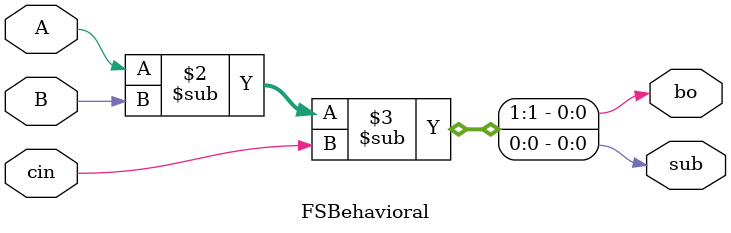
<source format=v>
module FSBehavioral(A,B,cin,sub,bo);

	input A,B,cin;
	output reg sub,bo;
	always @(*) begin 
		{bo,sub}=A-B-cin;
	end

endmodule
</source>
